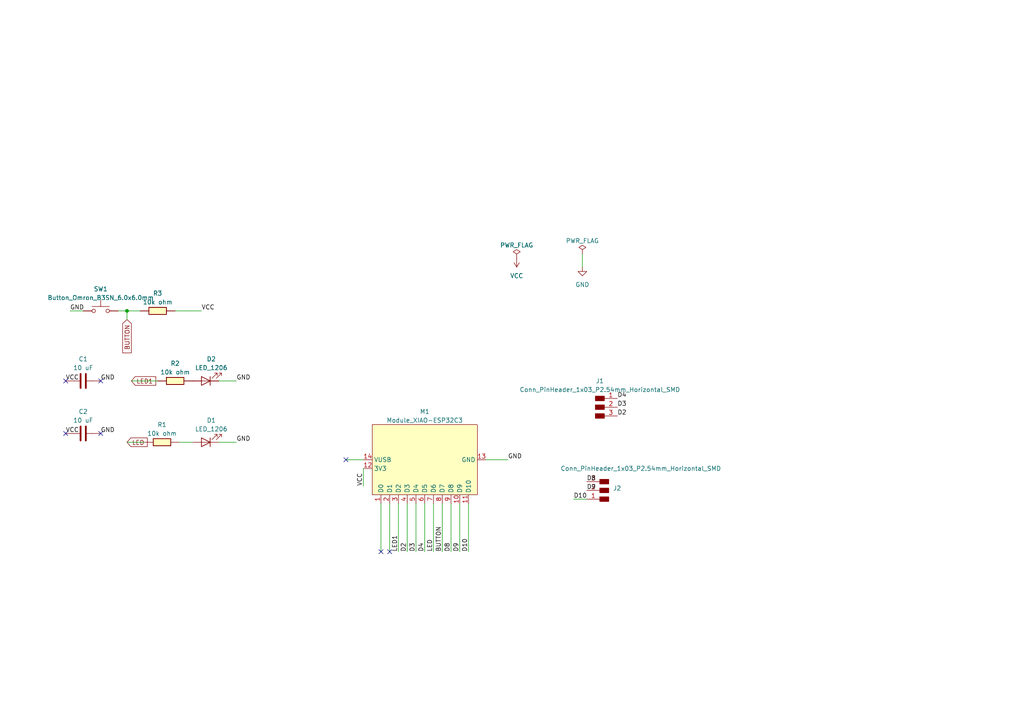
<source format=kicad_sch>
(kicad_sch (version 20230121) (generator eeschema)
  (paper "A4")
  (lib_symbols
    (symbol "fab:Button_Omron_B3SN_6.0x6.0mm" (pin_numbers hide) (pin_names (offset 1.016) hide)
      (property "Reference" "SW" (at 1.27 2.54 0))
      (property "Value" "Button_Omron_B3SN_6.0x6.0mm" (at 0 -1.524 0))
      (symbol "Button_Omron_B3SN_6.0x6.0mm_0_1"
        (circle (center -2.032 0) (radius 0.508))
        (polyline (pts (xy 0 1.27) (xy 0 3.048)))
        (polyline (pts (xy 2.54 1.27) (xy -2.54 1.27)))
        (circle (center 2.032 0) (radius 0.508))
        (pin passive line (at -5.08 0 0) (length 2.54) (name "1") (number "1"))
        (pin passive line (at 5.08 0 180) (length 2.54) (name "2") (number "2"))
      )
    )
    (symbol "fab:C_1206" (pin_numbers hide)
      (property "Reference" "C" (at 0.635 2.54 0))
      (property "Value" "C_1206" (at 0.635 -2.54 0))
      (symbol "C_1206_0_1"
        (polyline (pts (xy -2.032 -0.762) (xy 2.032 -0.762)) (stroke (width 0.508)))
        (polyline (pts (xy -2.032 0.762) (xy 2.032 0.762)) (stroke (width 0.508)))
        (polyline (pts (xy 0 -0.635) (xy 0 -2.54)))
        (polyline (pts (xy 0 0.635) (xy 0 2.54)))
      )
      (symbol "C_1206_1_1"
        (pin passive line (at 0 5.08 270) (length 2.54) (name "~") (number "1"))
        (pin passive line (at 0 -5.08 90) (length 2.54) (name "~") (number "2"))
      )
    )
    (symbol "fab:Conn_PinHeader_1x03_P2.54mm_Horizontal_SMD" (pin_names hide)
      (property "Reference" "J" (at 0 5.08 0))
      (property "Value" "Conn_PinHeader_1x03_P2.54mm_Horizontal_SMD" (at 0 -5.08 0))
      (symbol "Conn_PinHeader_1x03_P2.54mm_Horizontal_SMD_1_1"
        (rectangle (start -1.27 -1.905) (end 1.27 -3.175) (stroke (width 0.254)) (fill (type outline)))
        (rectangle (start -1.27 0.635) (end 1.27 -0.635) (stroke (width 0.254)) (fill (type outline)))
        (rectangle (start -1.27 3.175) (end 1.27 1.905) (stroke (width 0.254)) (fill (type outline)))
        (pin passive line (at 5.08 2.54 180) (length 3.81) (name "Pin_1") (number "1"))
        (pin passive line (at 5.08 0 180) (length 3.81) (name "Pin_2") (number "2"))
        (pin passive line (at 5.08 -2.54 180) (length 3.81) (name "Pin_3") (number "3"))
      )
    )
    (symbol "fab:LED_1206" (pin_numbers hide) (pin_names (offset 1.016) hide)
      (property "Reference" "D" (at 0 2.54 0))
      (property "Value" "LED_1206" (at 0 -2.54 0))
      (symbol "LED_1206_0_1"
        (polyline (pts (xy -1.27 -1.27) (xy -1.27 1.27)) (stroke (width 0.2032)))
        (polyline (pts (xy -1.27 0) (xy 1.27 0)))
        (polyline (pts (xy 1.27 -1.27) (xy 1.27 1.27) (xy -1.27 0) (xy 1.27 -1.27)) (stroke (width 0.2032)))
        (polyline (pts (xy -3.048 -0.762) (xy -4.572 -2.286) (xy -3.81 -2.286) (xy -4.572 -2.286) (xy -4.572 -1.524)))
        (polyline (pts (xy -1.778 -0.762) (xy -3.302 -2.286) (xy -2.54 -2.286) (xy -3.302 -2.286) (xy -3.302 -1.524)))
      )
      (symbol "LED_1206_1_1"
        (pin passive line (at -3.81 0 0) (length 2.54) (name "K") (number "1"))
        (pin passive line (at 3.81 0 180) (length 2.54) (name "A") (number "2"))
      )
    )
    (symbol "fab:Module_XIAO-ESP32C3"
      (property "Reference" "M" (at 0 0 0))
      (property "Value" "Module_XIAO-ESP32C3" (at 0 2.54 0))
      (symbol "Module_XIAO-ESP32C3_0_1"
        (rectangle (start -10.16 15.24) (end 10.16 -15.24) (fill (type background)))
      )
      (symbol "Module_XIAO-ESP32C3_1_1"
        (pin bidirectional line (at -12.7 12.7 0) (length 2.54) (name "D0") (number "1"))
        (pin bidirectional line (at -12.7 -10.16 0) (length 2.54) (name "D9") (number "10"))
        (pin bidirectional line (at -12.7 -12.7 0) (length 2.54) (name "D10") (number "11"))
        (pin power_in line (at -2.54 17.78 270) (length 2.54) (name "3V3") (number "12"))
        (pin power_in line (at 0 -17.78 90) (length 2.54) (name "GND") (number "13"))
        (pin power_in line (at 0 17.78 270) (length 2.54) (name "VUSB") (number "14"))
        (pin bidirectional line (at -12.7 10.16 0) (length 2.54) (name "D1") (number "2"))
        (pin bidirectional line (at -12.7 7.62 0) (length 2.54) (name "D2") (number "3"))
        (pin bidirectional line (at -12.7 5.08 0) (length 2.54) (name "D3") (number "4"))
        (pin bidirectional line (at -12.7 2.54 0) (length 2.54) (name "D4") (number "5"))
        (pin bidirectional line (at -12.7 0 0) (length 2.54) (name "D5") (number "6"))
        (pin bidirectional line (at -12.7 -2.54 0) (length 2.54) (name "D6") (number "7"))
        (pin bidirectional line (at -12.7 -5.08 0) (length 2.54) (name "D7") (number "8"))
        (pin bidirectional line (at -12.7 -7.62 0) (length 2.54) (name "D8") (number "9"))
      )
    )
    (symbol "fab:PWR_FLAG" (power) (pin_numbers hide) (pin_names (offset 0) hide)
      (property "Value" "PWR_FLAG" (at 0 3.81 0))
      (symbol "PWR_FLAG_0_0"
        (pin power_out line (at 0 0 90) (length 0) (name "PWR_FLAG") (number "1"))
      )
      (symbol "PWR_FLAG_0_1"
        (polyline (pts (xy 0 0) (xy 0 1.27) (xy -1.016 1.905) (xy 0 2.54) (xy 1.016 1.905) (xy 0 1.27)))
      )
    )
    (symbol "fab:R_1206" (pin_numbers hide) (pin_names (offset 0))
      (property "Reference" "R" (at 2.54 0 90))
      (property "Value" "R_1206" (at -2.54 0 90))
      (symbol "R_1206_0_1"
        (rectangle (start -1.016 -2.54) (end 1.016 2.54) (stroke (width 0.254)) (fill (type background)))
      )
      (symbol "R_1206_1_1"
        (pin passive line (at 0 5.08 270) (length 2.54) (name "~") (number "1"))
        (pin passive line (at 0 -5.08 90) (length 2.54) (name "~") (number "2"))
      )
    )
    (symbol "power:GND" (power) (pin_names (offset 0))
      (property "Value" "GND" (at 0 -3.81 0))
      (symbol "GND_0_1"
        (polyline (pts (xy 0 0) (xy 0 -1.27) (xy 1.27 -1.27) (xy 0 -2.54) (xy -1.27 -1.27) (xy 0 -1.27)))
      )
      (symbol "GND_1_1"
        (pin power_in line (at 0 0 270) (length 0) hide (name "GND") (number "1"))
      )
    )
    (symbol "power:VCC" (power) (pin_names (offset 0))
      (property "Value" "VCC" (at 0 3.81 0))
      (symbol "VCC_0_1"
        (polyline (pts (xy -0.762 1.27) (xy 0 2.54)))
        (polyline (pts (xy 0 0) (xy 0 2.54)))
        (polyline (pts (xy 0 2.54) (xy 0.762 1.27)))
      )
      (symbol "VCC_1_1"
        (pin power_in line (at 0 0 90) (length 0) hide (name "VCC") (number "1"))
      )
    )
  )
  (junction (at 36.83 90.17))
  (no_connect (at 19.05 125.73))
  (no_connect (at 29.21 125.73))
  (no_connect (at 113.03 160.02))
  (no_connect (at 100.33 133.35))
  (no_connect (at 19.05 110.49))
  (no_connect (at 110.49 160.02))
  (no_connect (at 29.21 110.49))
  (wire (pts (xy 105.41 140.97) (xy 105.41 135.89)))
  (wire (pts (xy 36.83 90.17) (xy 36.83 92.71)))
  (wire (pts (xy 135.89 146.05) (xy 135.89 160.02)))
  (wire (pts (xy 130.81 146.05) (xy 130.81 160.02)))
  (wire (pts (xy 123.19 146.05) (xy 123.19 160.02)))
  (wire (pts (xy 113.03 146.05) (xy 113.03 160.02)))
  (wire (pts (xy 36.83 128.27) (xy 41.91 128.27)))
  (wire (pts (xy 100.33 133.35) (xy 105.41 133.35)))
  (wire (pts (xy 63.5 128.27) (xy 68.58 128.27)))
  (wire (pts (xy 166.37 144.78) (xy 170.18 144.78)))
  (wire (pts (xy 120.65 146.05) (xy 120.65 160.02)))
  (wire (pts (xy 36.83 90.17) (xy 40.64 90.17)))
  (wire (pts (xy 128.27 146.05) (xy 128.27 160.02)))
  (wire (pts (xy 20.32 90.17) (xy 24.13 90.17)))
  (wire (pts (xy 125.73 146.05) (xy 125.73 160.02)))
  (wire (pts (xy 110.49 146.05) (xy 110.49 160.02)))
  (wire (pts (xy 34.29 90.17) (xy 36.83 90.17)))
  (wire (pts (xy 133.35 146.05) (xy 133.35 160.02)))
  (wire (pts (xy 63.5 110.49) (xy 68.58 110.49)))
  (wire (pts (xy 168.91 73.66) (xy 168.91 77.47)))
  (wire (pts (xy 140.97 133.35) (xy 147.32 133.35)))
  (wire (pts (xy 50.8 90.17) (xy 58.42 90.17)))
  (wire (pts (xy 115.57 146.05) (xy 115.57 160.02)))
  (wire (pts (xy 52.07 128.27) (xy 55.88 128.27)))
  (wire (pts (xy 38.1 110.49) (xy 45.72 110.49)))
  (wire (pts (xy 118.11 146.05) (xy 118.11 160.02)))
  (label "BUTTON" (at 128.27 160.02 90))
  (label "GND" (at 68.58 128.27 0))
  (label "GND" (at 29.21 110.49 0))
  (label "D4" (at 123.19 160.02 90))
  (label "D9" (at 170.18 142.24 0))
  (label "D2" (at 179.07 120.65 0))
  (label "D3" (at 179.07 118.11 0))
  (label "D10" (at 166.37 144.78 0))
  (label "VCC" (at 19.05 110.49 0))
  (label "GND" (at 147.32 133.35 0))
  (label "D10" (at 135.89 160.02 90))
  (label "D9" (at 133.35 160.02 90))
  (label "D8" (at 170.18 139.7 0))
  (label "D2" (at 118.11 160.02 90))
  (label "LED1" (at 115.57 160.02 90))
  (label "GND" (at 68.58 110.49 0))
  (label "VCC" (at 58.42 90.17 0))
  (label "LED" (at 125.73 160.02 90))
  (label "D3" (at 120.65 160.02 90))
  (label "GND" (at 20.32 90.17 0))
  (label "GND" (at 29.21 125.73 0))
  (label "D4" (at 179.07 115.57 0))
  (label "VCC" (at 105.41 140.97 90))
  (label "VCC" (at 19.05 125.73 0))
  (label "D8" (at 130.81 160.02 90))
  (global_label "BUTTON" (shape input) (at 36.83 92.71 270) (property "Intersheetrefs" "${INTERSHEET_REFS}" (effects hide)))
  (global_label "LED" (shape input) (at 36.83 128.27 0) (property "Intersheetrefs" "${INTERSHEET_REFS}" (effects hide)))
  (global_label "LED1" (shape input) (at 38.1 110.49 0) (property "Intersheetrefs" "${INTERSHEET_REFS}" (effects hide)))
  (symbol (lib_id "fab:Conn_PinHeader_1x03_P2.54mm_Horizontal_SMD") (at 173.99 118.11 0) (unit 1)
    (property "Reference" "J1" (at 173.99 110.49 0))
    (property "Value" "Conn_PinHeader_1x03_P2.54mm_Horizontal_SMD" (at 173.99 113.03 0))
    (property "Footprint" "fab:PinHeader_1x03_P2.54mm_Horizontal_SMD" (effects hide))
  )
  (symbol (lib_id "fab:R_1206") (at 46.99 128.27 90) (unit 1)
    (property "Reference" "R1" (at 46.99 123.19 90))
    (property "Value" "10k ohm" (at 46.99 125.73 90))
    (property "Footprint" "fab:R_1206" (effects hide))
  )
  (symbol (lib_id "fab:Module_XIAO-ESP32C3") (at 123.19 133.35 90) (unit 1)
    (property "Reference" "M1" (at 123.19 119.38 90))
    (property "Value" "Module_XIAO-ESP32C3" (at 123.19 121.92 90))
    (property "Footprint" "fab:SeedStudio_XIAO" (effects hide))
    (property "Datasheet" "https://wiki.seeedstudio.com/XIAO_ESP32C3_Getting_Started/" (effects hide))
  )
  (symbol (lib_id "fab:Button_Omron_B3SN_6.0x6.0mm") (at 29.21 90.17 0) (unit 1)
    (property "Reference" "SW1" (at 29.21 83.82 0))
    (property "Value" "Button_Omron_B3SN_6.0x6.0mm" (at 29.21 86.36 0))
    (property "Footprint" "fab:Button_Omron_B3SN_6.0x6.0mm" (effects hide))
    (property "Datasheet" "https://omronfs.omron.com/en_US/ecb/products/pdf/en-b3sn.pdf" (effects hide))
  )
  (symbol (lib_id "fab:C_1206") (at 24.13 110.49 90) (unit 1)
    (property "Reference" "C1" (at 24.13 104.14 90))
    (property "Value" "10 uF" (at 24.13 106.68 90))
    (property "Footprint" "fab:C_1206" (effects hide))
    (property "Datasheet" "https://www.yageo.com/upload/media/product/productsearch/datasheet/mlcc/UPY-GP_NP0_16V-to-50V_18.pdf" (effects hide))
  )
  (symbol (lib_id "fab:LED_1206") (at 59.69 110.49 180) (unit 1)
    (property "Reference" "D2" (at 61.2902 104.14 0))
    (property "Value" "LED_1206" (at 61.2902 106.68 0))
    (property "Footprint" "fab:LED_1206" (effects hide))
    (property "Datasheet" "https://optoelectronics.liteon.com/upload/download/DS-22-98-0002/LTST-C150CKT.pdf" (effects hide))
  )
  (symbol (lib_id "power:GND") (at 168.91 77.47 0) (unit 1)
    (property "Reference" "#PWR02" (effects hide))
    (property "Value" "GND" (at 168.91 82.55 0))
  )
  (symbol (lib_id "fab:R_1206") (at 45.72 90.17 90) (unit 1)
    (property "Reference" "R3" (at 45.72 85.09 90))
    (property "Value" "10k ohm" (at 45.72 87.63 90))
    (property "Footprint" "fab:R_1206" (effects hide))
  )
  (symbol (lib_id "fab:C_1206") (at 24.13 125.73 90) (unit 1)
    (property "Reference" "C2" (at 24.13 119.38 90))
    (property "Value" "10 uF" (at 24.13 121.92 90))
    (property "Footprint" "fab:C_1206" (effects hide))
    (property "Datasheet" "https://www.yageo.com/upload/media/product/productsearch/datasheet/mlcc/UPY-GP_NP0_16V-to-50V_18.pdf" (effects hide))
  )
  (symbol (lib_id "power:VCC") (at 149.86 74.93 180) (unit 1)
    (property "Reference" "#PWR01" (effects hide))
    (property "Value" "VCC" (at 149.86 80.01 0))
  )
  (symbol (lib_id "fab:R_1206") (at 50.8 110.49 90) (unit 1)
    (property "Reference" "R2" (at 50.8 105.41 90))
    (property "Value" "10k ohm" (at 50.8 107.95 90))
    (property "Footprint" "fab:R_1206" (effects hide))
  )
  (symbol (lib_id "fab:PWR_FLAG") (at 149.86 74.93 0) (unit 1)
    (property "Reference" "#FLG01" (effects hide))
    (property "Value" "PWR_FLAG" (at 149.86 71.12 0))
  )
  (symbol (lib_id "fab:LED_1206") (at 59.69 128.27 180) (unit 1)
    (property "Reference" "D1" (at 61.2902 121.92 0))
    (property "Value" "LED_1206" (at 61.2902 124.46 0))
    (property "Footprint" "fab:LED_1206" (effects hide))
    (property "Datasheet" "https://optoelectronics.liteon.com/upload/download/DS-22-98-0002/LTST-C150CKT.pdf" (effects hide))
  )
  (symbol (lib_id "fab:Conn_PinHeader_1x03_P2.54mm_Horizontal_SMD") (at 175.26 142.24 180) (unit 1)
    (property "Reference" "J2" (at 177.8 141.605 0) (effects (justify right)))
    (property "Value" "Conn_PinHeader_1x03_P2.54mm_Horizontal_SMD" (at 162.56 135.89 0) (effects (justify right)))
    (property "Footprint" "fab:PinHeader_1x03_P2.54mm_Horizontal_SMD" (effects hide))
  )
  (symbol (lib_id "fab:PWR_FLAG") (at 168.91 73.66 0) (unit 1)
    (property "Reference" "#FLG02" (effects hide))
    (property "Value" "PWR_FLAG" (at 168.91 69.85 0))
  )
)
</source>
